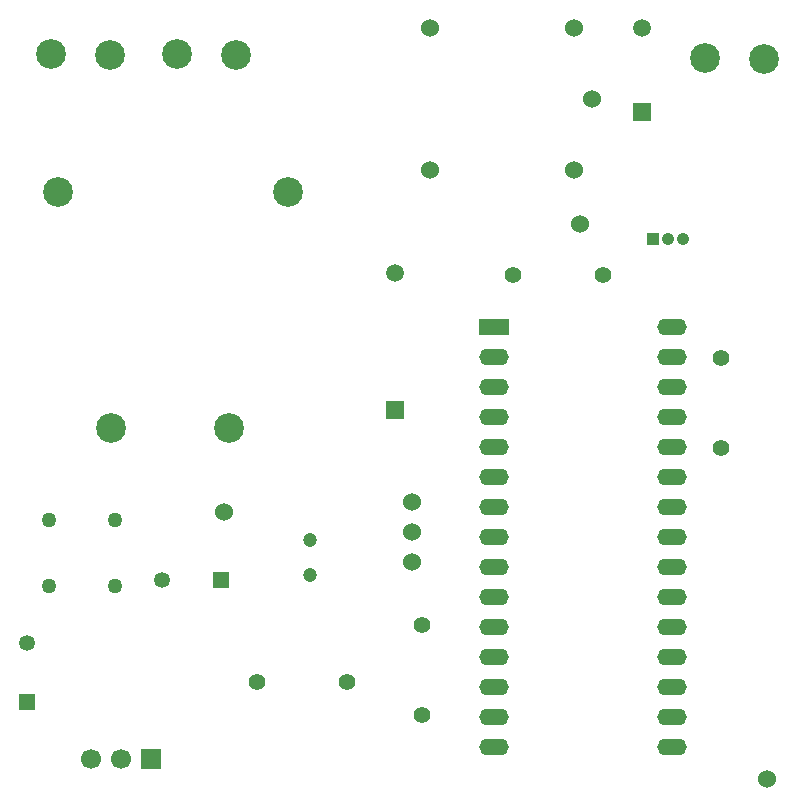
<source format=gbl>
G04 Layer_Physical_Order=2*
G04 Layer_Color=16711680*
%FSLAX44Y44*%
%MOMM*%
G71*
G01*
G75*
%ADD12C,1.5240*%
%ADD13C,1.4000*%
%ADD14C,2.5240*%
%ADD15C,1.2000*%
%ADD16C,1.7000*%
%ADD17R,1.7000X1.7000*%
%ADD18C,1.2700*%
%ADD19C,1.5000*%
%ADD20R,1.5000X1.5000*%
%ADD21C,1.3500*%
%ADD22R,1.3500X1.3500*%
%ADD23R,1.3500X1.3500*%
%ADD24R,1.0500X1.0500*%
%ADD25C,1.0500*%
%ADD26R,2.5000X1.4000*%
%ADD27O,2.5000X1.4000*%
D12*
X769366Y1080262D02*
D03*
X468122Y835914D02*
D03*
X928116Y610362D02*
D03*
X627380Y793750D02*
D03*
Y819150D02*
D03*
Y844550D02*
D03*
X642366Y1125982D02*
D03*
X764666D02*
D03*
X642366Y1245982D02*
D03*
X764666D02*
D03*
X779666Y1185982D02*
D03*
D13*
X889000Y966724D02*
D03*
Y890524D02*
D03*
X496570Y692150D02*
D03*
X572770D02*
D03*
X636270Y664210D02*
D03*
Y740410D02*
D03*
X712978Y1036574D02*
D03*
X789178D02*
D03*
D14*
X322110Y1224280D02*
D03*
X372110Y1223010D02*
D03*
X925322Y1219712D02*
D03*
X875322Y1220982D02*
D03*
X428752Y1224280D02*
D03*
X478752Y1223010D02*
D03*
X472910Y907190D02*
D03*
X372910D02*
D03*
X522910Y1107190D02*
D03*
X327910D02*
D03*
D15*
X541528Y782828D02*
D03*
Y812828D02*
D03*
D16*
X355600Y627380D02*
D03*
X381000D02*
D03*
D17*
X406400D02*
D03*
D18*
X375920Y773938D02*
D03*
X320040D02*
D03*
Y829818D02*
D03*
X375920D02*
D03*
D19*
X612902Y1038944D02*
D03*
X822070Y1245982D02*
D03*
D20*
X612902Y922444D02*
D03*
X822070Y1174982D02*
D03*
D21*
X301498Y725024D02*
D03*
X416198Y778510D02*
D03*
D22*
X301498Y675024D02*
D03*
D23*
X466198Y778510D02*
D03*
D24*
X831342Y1067054D02*
D03*
D25*
X844042D02*
D03*
X856742D02*
D03*
D26*
X697230Y993140D02*
D03*
D27*
Y967740D02*
D03*
Y942340D02*
D03*
Y916940D02*
D03*
Y891540D02*
D03*
Y866140D02*
D03*
Y840740D02*
D03*
Y815340D02*
D03*
Y789940D02*
D03*
Y764540D02*
D03*
Y739140D02*
D03*
Y713740D02*
D03*
Y688340D02*
D03*
Y662940D02*
D03*
Y637540D02*
D03*
X847230Y993140D02*
D03*
Y967740D02*
D03*
Y942340D02*
D03*
Y916940D02*
D03*
Y891540D02*
D03*
Y866140D02*
D03*
Y840740D02*
D03*
Y815340D02*
D03*
Y789940D02*
D03*
Y764540D02*
D03*
Y739140D02*
D03*
Y713740D02*
D03*
Y688340D02*
D03*
Y662940D02*
D03*
Y637540D02*
D03*
M02*

</source>
